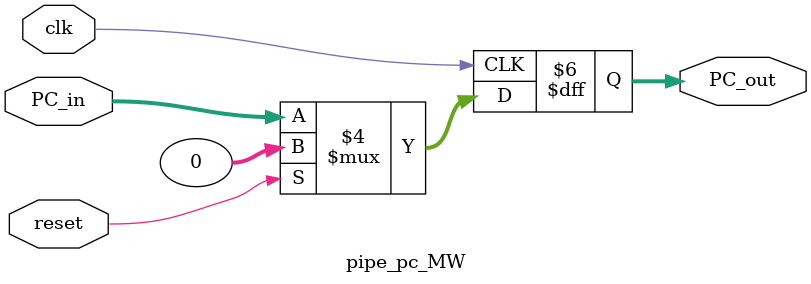
<source format=v>
`timescale 1ns / 1ps
module pipe_pc_MW(
    input clk,
    input reset,
    input [31:0] PC_in,
    output reg [31:0] PC_out
);
	initial
		begin
			PC_out = 0;
		end
    
    always @(posedge clk)
        begin
            if(reset)
                begin
                    PC_out<=0;
                end

            else
                begin
                    PC_out<=PC_in;
                end
        end

endmodule

</source>
